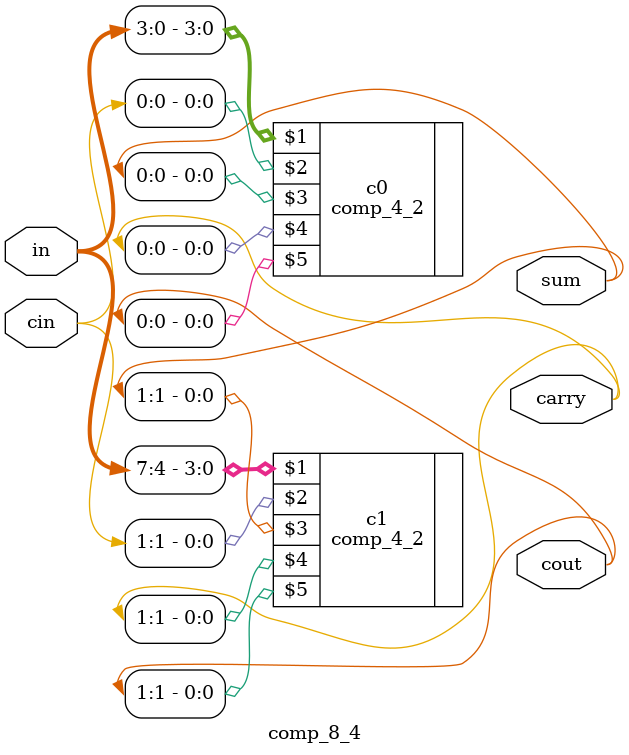
<source format=v>
module comp_8_4(
    input [7:0] in,
    input [1:0] cin,
    output [1:0] sum,
    output [1:0] carry,
    output [1:0] cout
);
    
    comp_4_2 c0(in[3:0], cin[0], sum[0], carry[0], cout[0]);
    comp_4_2 c1(in[7:4], cin[1], sum[1], carry[1], cout[1]);

endmodule
</source>
